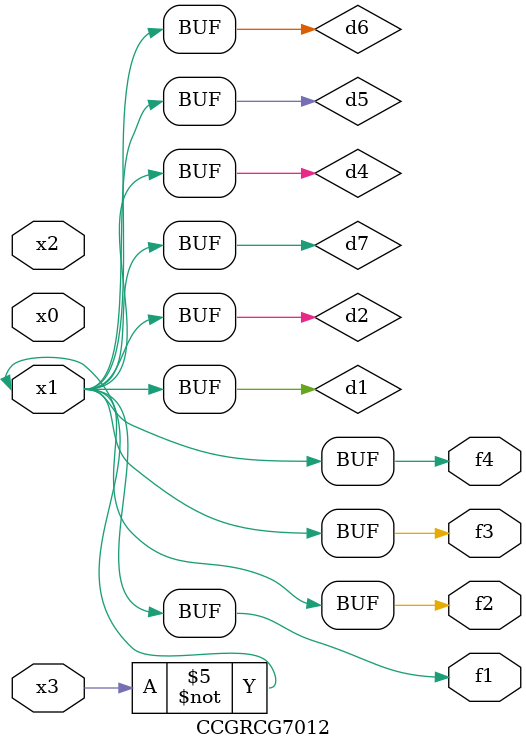
<source format=v>
module CCGRCG7012(
	input x0, x1, x2, x3,
	output f1, f2, f3, f4
);

	wire d1, d2, d3, d4, d5, d6, d7;

	not (d1, x3);
	buf (d2, x1);
	xnor (d3, d1, d2);
	nor (d4, d1);
	buf (d5, d1, d2);
	buf (d6, d4, d5);
	nand (d7, d4);
	assign f1 = d6;
	assign f2 = d7;
	assign f3 = d6;
	assign f4 = d6;
endmodule

</source>
